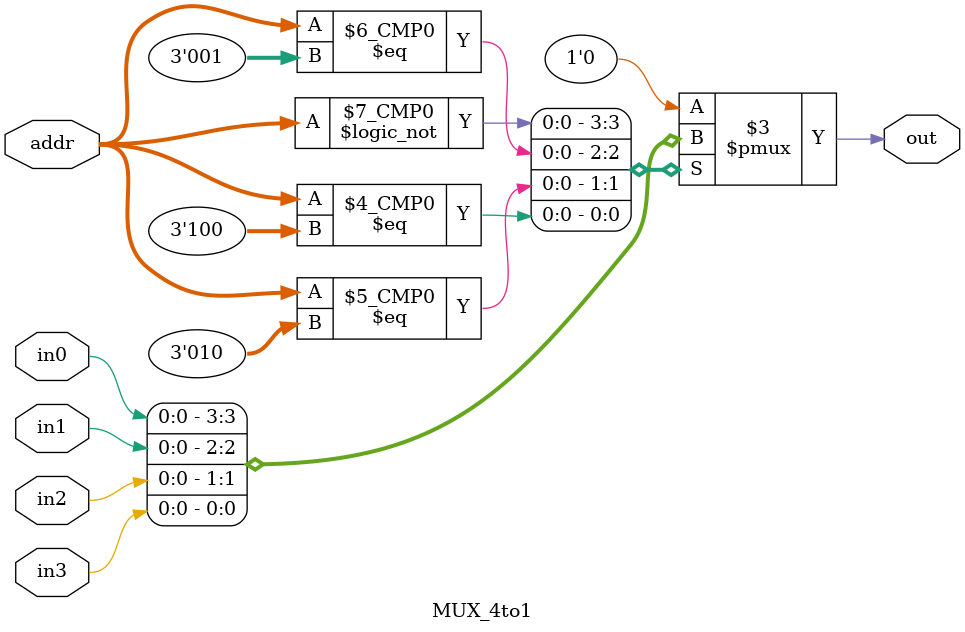
<source format=v>
module MUX_4to1(out,in0,in1,in2,in3,addr);
  parameter n=1;            	 //n is the number of input/output 
  output reg[n-1:0] out;
  input[n-1:0] in0,in1,in2,in3;	     
  input [2:0]addr;
  
  always @(*)
		begin 
			 case(addr)
				3'b000:	out = in0;
				3'b001:	out = in1;	
				3'b010:	out = in2;
				3'b100:   out = in3;		
				default:  out=0;      // error: out =0;
			 endcase
		end

endmodule
</source>
